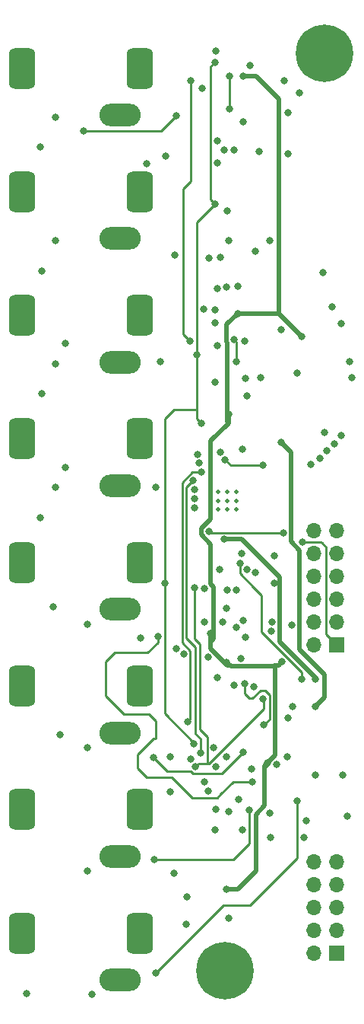
<source format=gbr>
%TF.GenerationSoftware,KiCad,Pcbnew,(6.0.7)*%
%TF.CreationDate,2022-09-10T19:48:32+02:00*%
%TF.ProjectId,eurorack-pmod-pcb,6575726f-7261-4636-9b2d-706d6f642d70,rev?*%
%TF.SameCoordinates,Original*%
%TF.FileFunction,Copper,L2,Inr*%
%TF.FilePolarity,Positive*%
%FSLAX46Y46*%
G04 Gerber Fmt 4.6, Leading zero omitted, Abs format (unit mm)*
G04 Created by KiCad (PCBNEW (6.0.7)) date 2022-09-10 19:48:32*
%MOMM*%
%LPD*%
G01*
G04 APERTURE LIST*
G04 Aperture macros list*
%AMRoundRect*
0 Rectangle with rounded corners*
0 $1 Rounding radius*
0 $2 $3 $4 $5 $6 $7 $8 $9 X,Y pos of 4 corners*
0 Add a 4 corners polygon primitive as box body*
4,1,4,$2,$3,$4,$5,$6,$7,$8,$9,$2,$3,0*
0 Add four circle primitives for the rounded corners*
1,1,$1+$1,$2,$3*
1,1,$1+$1,$4,$5*
1,1,$1+$1,$6,$7*
1,1,$1+$1,$8,$9*
0 Add four rect primitives between the rounded corners*
20,1,$1+$1,$2,$3,$4,$5,0*
20,1,$1+$1,$4,$5,$6,$7,0*
20,1,$1+$1,$6,$7,$8,$9,0*
20,1,$1+$1,$8,$9,$2,$3,0*%
G04 Aperture macros list end*
%TA.AperFunction,ComponentPad*%
%ADD10C,0.500000*%
%TD*%
%TA.AperFunction,ComponentPad*%
%ADD11RoundRect,0.725000X-0.725000X1.575000X-0.725000X-1.575000X0.725000X-1.575000X0.725000X1.575000X0*%
%TD*%
%TA.AperFunction,ComponentPad*%
%ADD12O,4.600000X2.500000*%
%TD*%
%TA.AperFunction,ComponentPad*%
%ADD13C,0.800000*%
%TD*%
%TA.AperFunction,ComponentPad*%
%ADD14C,6.400000*%
%TD*%
%TA.AperFunction,ComponentPad*%
%ADD15R,1.700000X1.700000*%
%TD*%
%TA.AperFunction,ComponentPad*%
%ADD16O,1.700000X1.700000*%
%TD*%
%TA.AperFunction,ViaPad*%
%ADD17C,0.800000*%
%TD*%
%TA.AperFunction,Conductor*%
%ADD18C,0.508000*%
%TD*%
%TA.AperFunction,Conductor*%
%ADD19C,0.250000*%
%TD*%
%TA.AperFunction,Conductor*%
%ADD20C,0.254000*%
%TD*%
G04 APERTURE END LIST*
D10*
%TO.N,GND*%
%TO.C,U3*%
X3925000Y-53840000D03*
X4925000Y-54840000D03*
X5925000Y-53840000D03*
X5925000Y-52840000D03*
X4925000Y-52840000D03*
X3925000Y-54840000D03*
X4925000Y-53840000D03*
X5925000Y-54840000D03*
X3925000Y-52840000D03*
%TD*%
D11*
%TO.N,GND*%
%TO.C,J6*%
X-17970000Y-46964776D03*
%TO.N,Net-(J6-PadT)*%
X-4770000Y-46964776D03*
D12*
%TO.N,GND*%
X-6970000Y-52164776D03*
%TD*%
D13*
%TO.N,N/C*%
%TO.C,REF\u002A\u002A*%
X17445056Y-5761056D03*
X14050944Y-5761056D03*
X18148000Y-4064000D03*
D14*
X15748000Y-4064000D03*
D13*
X17445056Y-2366944D03*
X13348000Y-4064000D03*
X14050944Y-2366944D03*
X15748000Y-1664000D03*
X15748000Y-6464000D03*
%TD*%
D15*
%TO.N,Net-(D2-Pad1)*%
%TO.C,J1*%
X17145000Y-104135000D03*
D16*
X14605000Y-104135000D03*
%TO.N,GND*%
X17145000Y-101595000D03*
X14605000Y-101595000D03*
X17145000Y-99055000D03*
X14605000Y-99055000D03*
X17145000Y-96515000D03*
X14605000Y-96515000D03*
%TO.N,Net-(D1-Pad2)*%
X17145000Y-93975000D03*
X14605000Y-93975000D03*
%TD*%
D11*
%TO.N,GND*%
%TO.C,J3*%
X-17970000Y-5735611D03*
%TO.N,Net-(J3-PadT)*%
X-4770000Y-5735611D03*
D12*
%TO.N,GND*%
X-6970000Y-10935611D03*
%TD*%
D11*
%TO.N,GND*%
%TO.C,J7*%
X-17970000Y-60707831D03*
%TO.N,Net-(J7-PadT)*%
X-4770000Y-60707831D03*
D12*
%TO.N,unconnected-(J7-PadTN)*%
X-6970000Y-65907831D03*
%TD*%
D11*
%TO.N,GND*%
%TO.C,J4*%
X-17970000Y-19478666D03*
%TO.N,Net-(J4-PadT)*%
X-4770000Y-19478666D03*
D12*
%TO.N,GND*%
X-6970000Y-24678666D03*
%TD*%
D11*
%TO.N,GND*%
%TO.C,J10*%
X-17970000Y-101937000D03*
%TO.N,Net-(J10-PadT)*%
X-4770000Y-101937000D03*
D12*
%TO.N,unconnected-(J10-PadTN)*%
X-6970000Y-107137000D03*
%TD*%
D11*
%TO.N,GND*%
%TO.C,J5*%
X-17970000Y-33221721D03*
%TO.N,Net-(J5-PadT)*%
X-4770000Y-33221721D03*
D12*
%TO.N,GND*%
X-6970000Y-38421721D03*
%TD*%
D13*
%TO.N,N/C*%
%TO.C,REF\u002A\u002A*%
X4673600Y-108521200D03*
X6370656Y-107818256D03*
X2976544Y-107818256D03*
D14*
X4673600Y-106121200D03*
D13*
X4673600Y-103721200D03*
X2273600Y-106121200D03*
X2976544Y-104424144D03*
X6370656Y-104424144D03*
X7073600Y-106121200D03*
%TD*%
D11*
%TO.N,GND*%
%TO.C,J9*%
X-17970000Y-88193941D03*
%TO.N,Net-(J9-PadT)*%
X-4770000Y-88193941D03*
D12*
%TO.N,unconnected-(J9-PadTN)*%
X-6970000Y-93393941D03*
%TD*%
D15*
%TO.N,/SDIN1*%
%TO.C,J2*%
X17145000Y-69850000D03*
D16*
%TO.N,/SCL*%
X14605000Y-69850000D03*
%TO.N,/SDOUT1*%
X17145000Y-67310000D03*
%TO.N,/SDA*%
X14605000Y-67310000D03*
%TO.N,/LRCK*%
X17145000Y-64770000D03*
%TO.N,/PDN*%
X14605000Y-64770000D03*
%TO.N,/BICK*%
X17145000Y-62230000D03*
%TO.N,/MCLK*%
X14605000Y-62230000D03*
%TO.N,GND*%
X17145000Y-59690000D03*
X14605000Y-59690000D03*
%TO.N,Net-(J2-Pad11)*%
X17145000Y-57150000D03*
X14605000Y-57150000D03*
%TD*%
D11*
%TO.N,GND*%
%TO.C,J8*%
X-17970000Y-74450886D03*
%TO.N,Net-(J8-PadT)*%
X-4770000Y-74450886D03*
D12*
%TO.N,unconnected-(J8-PadTN)*%
X-6970000Y-79650886D03*
%TD*%
D17*
%TO.N,GND*%
X-14224000Y-11176000D03*
X5080000Y-88392000D03*
X18288000Y-88900000D03*
X12192000Y-76708000D03*
X-14224000Y-52324000D03*
X18796000Y-40132000D03*
X12700000Y-39624000D03*
X330200Y-100914200D03*
X-10668000Y-67564000D03*
X9652000Y-24892000D03*
X6604000Y-90424000D03*
X-14224000Y-24892000D03*
X5080000Y-24892000D03*
X-14224000Y-38608000D03*
X-10668000Y-81280000D03*
X15748000Y-46228000D03*
X3556000Y-90424000D03*
X4064000Y-61468000D03*
X14732000Y-84328000D03*
X14224000Y-49784000D03*
X431800Y-97866200D03*
X-733318Y-70289739D03*
X9830704Y-68328994D03*
X17780000Y-84328000D03*
X-10668000Y-94996000D03*
X8035679Y-61794813D03*
X3556000Y-40640000D03*
X8636000Y-40132000D03*
X4139200Y-48416091D03*
X-10160000Y-108712000D03*
X11684000Y-15240000D03*
X6604000Y-48133000D03*
%TO.N,+3.3VA*%
X14732000Y-76708000D03*
X10922000Y-47371000D03*
%TO.N,VDD*%
X4572000Y-58128500D03*
X10160000Y-62992000D03*
X14732000Y-73660000D03*
%TO.N,Net-(C33-Pad1)*%
X-1016000Y-95250000D03*
X6241340Y-87021939D03*
%TO.N,+12V*%
X11044701Y-71759299D03*
X4879818Y-71785734D03*
X13208937Y-35561373D03*
X6678500Y-6604000D03*
X3048000Y-68580000D03*
X4863002Y-97014500D03*
X9431135Y-83003391D03*
X5080000Y-44196000D03*
X6096000Y-33020000D03*
%TO.N,-12V*%
X11684000Y-10668000D03*
X9652000Y-88554500D03*
X5733318Y-74324310D03*
X6096000Y-29972000D03*
X13716000Y-89408000D03*
X5080000Y-100276593D03*
X7112000Y-42164000D03*
X6678500Y-11684000D03*
%TO.N,Net-(C33-Pad2)*%
X-3175000Y-93726000D03*
X7370299Y-88269299D03*
%TO.N,Net-(D3-Pad1)*%
X-762000Y-11049000D03*
X-11049000Y-12700000D03*
%TO.N,Net-(D7-Pad2)*%
X889000Y-82550000D03*
X-14478000Y-65659000D03*
%TO.N,/SDIN1*%
X11176000Y-57404000D03*
X13335000Y-58420000D03*
X2921000Y-57277000D03*
%TO.N,/SCL*%
X1270000Y-53594000D03*
X7091117Y-61468000D03*
X12128500Y-67691000D03*
%TO.N,/SDOUT1*%
X13208000Y-73660000D03*
X6326572Y-60805765D03*
%TO.N,/SDA*%
X6514500Y-59713204D03*
X1265701Y-54614299D03*
%TO.N,/LRCK*%
X10155046Y-59927835D03*
%TO.N,/PDN*%
X4699000Y-49276000D03*
X8890000Y-49911000D03*
X1262712Y-52594524D03*
%TO.N,Net-(C34-Pad1)*%
X4826000Y-65786000D03*
X5916340Y-67956372D03*
X7859111Y-74526391D03*
%TO.N,Net-(D5-Pad1)*%
X-1905000Y-15494000D03*
X-13081000Y-36322000D03*
%TO.N,Net-(C34-Pad2)*%
X1392701Y-83443299D03*
X8927500Y-75872067D03*
X1288115Y-63559201D03*
%TO.N,Net-(D9-Pad2)*%
X-1397000Y-86233000D03*
X2794000Y-86106000D03*
%TO.N,/-VCOM*%
X3556000Y-5080000D03*
X3544858Y-20816544D03*
X-2032000Y-62992000D03*
X1524000Y-37592000D03*
X1218000Y-80854846D03*
X2032000Y-45212000D03*
%TO.N,/dual_mono_inputs1/IN1_3V*%
X15240000Y-49149000D03*
X16637000Y-32258000D03*
%TO.N,Net-(C35-Pad2)*%
X12700000Y-87249000D03*
X-2997200Y-106324400D03*
%TO.N,Net-(D6-Pad1)*%
X-4064000Y-16383000D03*
X-13081000Y-50165000D03*
%TO.N,/dual_mono_inputs1/IN2_3V*%
X17653000Y-34163000D03*
X16002000Y-48260000D03*
%TO.N,/dual_mono_inputs2/IN1_3V*%
X15621000Y-28448000D03*
X16891000Y-47498000D03*
%TO.N,Net-(RN3-Pad5)*%
X5715000Y-35941000D03*
X5961496Y-38347854D03*
%TO.N,/dual_mono_inputs2/IN2_3V*%
X17653000Y-46609000D03*
X18542000Y-38354000D03*
%TO.N,/dual_mono_outputs1/OUT1*%
X4903900Y-63754247D03*
X1616345Y-48670657D03*
%TO.N,Net-(C20-Pad1)*%
X889000Y-7112000D03*
X762000Y-36068000D03*
%TO.N,/dual_mono_outputs1/OUT2*%
X5969000Y-63754000D03*
X1778000Y-49657000D03*
%TO.N,Net-(C20-Pad2)*%
X12954000Y-8509000D03*
X7493000Y-5461000D03*
X3543000Y-34023000D03*
X3803200Y-36614250D03*
%TO.N,Net-(D10-Pad2)*%
X-17399000Y-108686600D03*
X3683000Y-88138000D03*
%TO.N,/dual_mono_outputs2/OUT1*%
X545500Y-78381715D03*
X2032000Y-50673000D03*
X3410712Y-81284200D03*
%TO.N,/dual_mono_outputs2/OUT2*%
X1152613Y-51601104D03*
X4876922Y-82338324D03*
X1942500Y-81915000D03*
%TO.N,Net-(C21-Pad2)*%
X11303000Y-7112000D03*
X-15875000Y-14478000D03*
%TO.N,Net-(C22-Pad1)*%
X3556000Y-32639000D03*
X6841503Y-36068000D03*
X6985000Y-40259000D03*
%TO.N,Net-(C22-Pad2)*%
X10922000Y-34798000D03*
X3683000Y-3810000D03*
%TO.N,Net-(C23-Pad1)*%
X5207000Y-10287000D03*
X5207000Y-6604000D03*
%TO.N,Net-(C23-Pad2)*%
X-15748000Y-28321000D03*
X2159000Y-8001000D03*
%TO.N,Net-(C24-Pad1)*%
X-889000Y-26543000D03*
X8052000Y-26086000D03*
%TO.N,Net-(C25-Pad1)*%
X-2540000Y-38354000D03*
X3810000Y-13843000D03*
%TO.N,Net-(C25-Pad2)*%
X-15748000Y-41910000D03*
X4572000Y-14807000D03*
%TO.N,Net-(D8-Pad2)*%
X2413000Y-85090000D03*
X-13716000Y-79883000D03*
%TO.N,Net-(C26-Pad1)*%
X2864000Y-26867000D03*
X2286000Y-32512000D03*
%TO.N,Net-(C26-Pad2)*%
X4191000Y-26797000D03*
X3836543Y-30240351D03*
%TO.N,Net-(C27-Pad1)*%
X3810000Y-16256000D03*
X-3048000Y-52324000D03*
%TO.N,Net-(C27-Pad2)*%
X5686614Y-14847178D03*
X8509000Y-14986000D03*
X-15875000Y-55753000D03*
%TO.N,Net-(C28-Pad1)*%
X2413000Y-67305500D03*
X6940938Y-68980970D03*
%TO.N,Net-(C29-Pad1)*%
X7747000Y-85090000D03*
X-2794000Y-68961000D03*
%TO.N,Net-(C29-Pad2)*%
X11620718Y-82302654D03*
X13462000Y-91313000D03*
X-4699000Y-69088000D03*
X9779000Y-91313000D03*
%TO.N,Net-(C30-Pad2)*%
X2413000Y-63627000D03*
X95999Y-70867094D03*
X2794000Y-71247000D03*
%TO.N,Net-(RN9-Pad5)*%
X4826000Y-30099000D03*
X4910676Y-21640922D03*
%TO.N,Net-(C31-Pad1)*%
X3688988Y-83417508D03*
X-1397000Y-82296000D03*
%TO.N,Net-(C31-Pad2)*%
X-3302000Y-82423000D03*
X6731000Y-81788000D03*
%TO.N,Net-(C32-Pad1)*%
X3810000Y-73533000D03*
X4445000Y-67310000D03*
%TO.N,Net-(RN10-Pad7)*%
X10414000Y-83185000D03*
X6477000Y-71374000D03*
X9017000Y-78798500D03*
X6858000Y-74168000D03*
%TO.N,Net-(RN10-Pad5)*%
X11684000Y-77978000D03*
X7620000Y-83693000D03*
X9906000Y-67310000D03*
X6731000Y-67183000D03*
%TD*%
D18*
%TO.N,+3.3VA*%
X12982000Y-59345032D02*
X12029500Y-58392532D01*
X12029500Y-58392532D02*
X12029500Y-48478500D01*
X12029500Y-48478500D02*
X10922000Y-47371000D01*
X12982000Y-70386000D02*
X12982000Y-59345032D01*
X14732000Y-76708000D02*
X15748000Y-75692000D01*
X15748000Y-73152000D02*
X12982000Y-70386000D01*
X15748000Y-75692000D02*
X15748000Y-73152000D01*
%TO.N,VDD*%
X14732000Y-73476876D02*
X10759500Y-69504376D01*
X10759500Y-69504376D02*
X10759500Y-62321500D01*
X14732000Y-73660000D02*
X14732000Y-73476876D01*
X10759500Y-62321500D02*
X6566500Y-58128500D01*
X6566500Y-58128500D02*
X4572000Y-58128500D01*
%TO.N,+12V*%
X10668000Y-72136000D02*
X11044701Y-71759299D01*
X10160000Y-72136000D02*
X10068500Y-72227500D01*
X8128000Y-94996000D02*
X6096000Y-97028000D01*
X3048000Y-69596000D02*
X3048000Y-68580000D01*
X4876502Y-97028000D02*
X4863002Y-97014500D01*
X10668000Y-9144000D02*
X8128000Y-6604000D01*
X4861500Y-34254500D02*
X6096000Y-33020000D01*
X6096000Y-97028000D02*
X4876502Y-97028000D01*
X10230501Y-82161467D02*
X10230501Y-72206501D01*
X8128000Y-6604000D02*
X6678500Y-6604000D01*
X4890032Y-72136000D02*
X3048000Y-70293968D01*
X10160000Y-72136000D02*
X10668000Y-72136000D01*
X3048000Y-70293968D02*
X3048000Y-69596000D01*
X4917500Y-36258966D02*
X4861500Y-36202966D01*
X9087396Y-87750636D02*
X8128000Y-88710032D01*
X4861500Y-36202966D02*
X4861500Y-34254500D01*
X3104499Y-63125551D02*
X3104499Y-58667531D01*
X3104499Y-55886469D02*
X3104499Y-47187501D01*
X5230084Y-72136000D02*
X4879818Y-71785734D01*
X3104499Y-58667531D02*
X2067500Y-57630532D01*
X10668000Y-33020000D02*
X10668000Y-9144000D01*
X9087396Y-83500794D02*
X9087396Y-83304572D01*
X3447343Y-63468395D02*
X3104499Y-63125551D01*
X5080000Y-45212000D02*
X5080000Y-44196000D01*
X9087396Y-83304572D02*
X10230501Y-82161467D01*
X2067500Y-56923468D02*
X3104499Y-55886469D01*
X5230084Y-72136000D02*
X4890032Y-72136000D01*
X10068500Y-72227500D02*
X5321584Y-72227500D01*
X6096000Y-33020000D02*
X10668000Y-33020000D01*
X3048000Y-69596000D02*
X3447343Y-69196657D01*
X10668000Y-33020000D02*
X13208937Y-35560937D01*
X5080000Y-45212000D02*
X4917500Y-45049500D01*
X9431135Y-83157055D02*
X9431135Y-83003391D01*
X3104499Y-47187501D02*
X5080000Y-45212000D01*
X3447343Y-69196657D02*
X3447343Y-63468395D01*
X13208937Y-35560937D02*
X13208937Y-35561373D01*
X9087396Y-83500794D02*
X9087396Y-87750636D01*
X9087396Y-83500794D02*
X9431135Y-83157055D01*
X8128000Y-88710032D02*
X8128000Y-94996000D01*
X5321584Y-72227500D02*
X5230084Y-72136000D01*
X2067500Y-57630532D02*
X2067500Y-56923468D01*
X4917500Y-45049500D02*
X4917500Y-36258966D01*
X10230501Y-72206501D02*
X10160000Y-72136000D01*
D19*
%TO.N,Net-(C33-Pad2)*%
X-3175000Y-93726000D02*
X5588000Y-93726000D01*
X5588000Y-93726000D02*
X7370299Y-91943701D01*
X7370299Y-91943701D02*
X7370299Y-88269299D01*
%TO.N,Net-(D3-Pad1)*%
X-11049000Y-12700000D02*
X-2413000Y-12700000D01*
X-2413000Y-12700000D02*
X-762000Y-11049000D01*
%TO.N,/SDIN1*%
X15494000Y-58547000D02*
X15367000Y-58420000D01*
X17145000Y-69850000D02*
X15970000Y-68675000D01*
X15970000Y-59023000D02*
X15494000Y-58547000D01*
X3048000Y-57404000D02*
X2921000Y-57277000D01*
X15367000Y-58420000D02*
X13335000Y-58420000D01*
X15970000Y-68675000D02*
X15970000Y-59023000D01*
X11176000Y-57404000D02*
X3048000Y-57404000D01*
%TO.N,/SDOUT1*%
X6326572Y-60805765D02*
X6326572Y-61952572D01*
X8763000Y-68453000D02*
X12827000Y-72517000D01*
X13208000Y-72898000D02*
X13208000Y-73660000D01*
X7874000Y-63500000D02*
X8763000Y-64389000D01*
X8763000Y-68326000D02*
X8763000Y-68453000D01*
X6326572Y-61952572D02*
X7874000Y-63500000D01*
X8763000Y-64389000D02*
X8763000Y-68326000D01*
X12827000Y-72517000D02*
X13208000Y-72898000D01*
D20*
%TO.N,/PDN*%
X5334000Y-49911000D02*
X4699000Y-49276000D01*
X8890000Y-49911000D02*
X5334000Y-49911000D01*
D19*
%TO.N,Net-(C34-Pad2)*%
X2921000Y-83058000D02*
X2756500Y-82893500D01*
X2756500Y-81614902D02*
X2686212Y-81544614D01*
X9017000Y-76962000D02*
X9017000Y-75961567D01*
X2756500Y-82893500D02*
X2756500Y-81614902D01*
X1846501Y-79307189D02*
X1846501Y-69790811D01*
X2921000Y-83058000D02*
X9017000Y-76962000D01*
X2686212Y-80146900D02*
X1846501Y-79307189D01*
X1288115Y-69232425D02*
X1288115Y-63559201D01*
X1846501Y-69790811D02*
X1288115Y-69232425D01*
X2921000Y-83058000D02*
X1778000Y-83058000D01*
X1778000Y-83058000D02*
X1392701Y-83443299D01*
X2686212Y-81544614D02*
X2686212Y-80146900D01*
X9017000Y-75961567D02*
X8927500Y-75872067D01*
D20*
%TO.N,/-VCOM*%
X1524000Y-43688000D02*
X1524000Y-38100000D01*
X1524000Y-37592000D02*
X1524000Y-22837402D01*
X-2032000Y-44704000D02*
X-2032000Y-48260000D01*
X1218000Y-80765346D02*
X1218000Y-80854846D01*
X1524000Y-44704000D02*
X1524000Y-43688000D01*
X-2032000Y-48260000D02*
X-2032000Y-62992000D01*
X1524000Y-43688000D02*
X-1016000Y-43688000D01*
X1524000Y-22837402D02*
X3544858Y-20816544D01*
X-2032000Y-62992000D02*
X-2032000Y-77515346D01*
X3083500Y-20355186D02*
X3544858Y-20816544D01*
X1524000Y-38100000D02*
X1524000Y-37592000D01*
X3083500Y-5552500D02*
X3083500Y-20355186D01*
X-1016000Y-43688000D02*
X-2032000Y-44704000D01*
X2032000Y-45212000D02*
X1524000Y-44704000D01*
X-2032000Y-77515346D02*
X1218000Y-80765346D01*
X3556000Y-5080000D02*
X3083500Y-5552500D01*
D19*
%TO.N,Net-(C35-Pad2)*%
X7493000Y-98806000D02*
X4521200Y-98806000D01*
X12700000Y-87249000D02*
X12700000Y-93599000D01*
X4521200Y-98806000D02*
X-2997200Y-106324400D01*
X12700000Y-93599000D02*
X7493000Y-98806000D01*
%TO.N,Net-(RN3-Pad5)*%
X5715000Y-35941000D02*
X5961496Y-36187496D01*
X5961496Y-36187496D02*
X5961496Y-38347854D01*
%TO.N,Net-(C20-Pad1)*%
X0Y-19177000D02*
X0Y-35306000D01*
X889000Y-7112000D02*
X889000Y-18288000D01*
X889000Y-18288000D02*
X0Y-19177000D01*
X0Y-35306000D02*
X762000Y-36068000D01*
%TO.N,/dual_mono_outputs2/OUT1*%
X2032000Y-50673000D02*
X1056119Y-50673000D01*
X-68501Y-69655189D02*
X820499Y-70544189D01*
X820499Y-70544189D02*
X820499Y-78106716D01*
X-68501Y-51797620D02*
X-68501Y-69655189D01*
X1056119Y-50673000D02*
X-68501Y-51797620D01*
X820499Y-78106716D02*
X545500Y-78381715D01*
%TO.N,/dual_mono_outputs2/OUT2*%
X1942500Y-80301500D02*
X1942500Y-81915000D01*
X381000Y-69088000D02*
X1397000Y-70104000D01*
X1397000Y-70104000D02*
X1397000Y-79756000D01*
X1397000Y-79756000D02*
X1942500Y-80301500D01*
X1152613Y-51601104D02*
X381000Y-52372717D01*
X381000Y-52372717D02*
X381000Y-69088000D01*
%TO.N,Net-(C23-Pad1)*%
X5207000Y-6604000D02*
X5207000Y-10287000D01*
%TO.N,Net-(C29-Pad1)*%
X-3937000Y-70739000D02*
X-2794000Y-69596000D01*
X-6604000Y-77597000D02*
X-8636000Y-75565000D01*
X-3048000Y-80264000D02*
X-3048000Y-78359000D01*
X-3810000Y-77597000D02*
X-5334000Y-77597000D01*
X-3302000Y-78105000D02*
X-3810000Y-77597000D01*
X1397000Y-86868000D02*
X1016000Y-86868000D01*
X-5080000Y-82042000D02*
X-3302000Y-80264000D01*
X-3302000Y-80264000D02*
X-3048000Y-80264000D01*
X-5334000Y-77597000D02*
X-6604000Y-77597000D01*
X5588000Y-85090000D02*
X4191000Y-86487000D01*
X-7620000Y-70739000D02*
X-3937000Y-70739000D01*
X-2794000Y-69596000D02*
X-2794000Y-68961000D01*
X-8636000Y-75565000D02*
X-8636000Y-71755000D01*
X-1270000Y-84582000D02*
X-4064000Y-84582000D01*
X-8636000Y-71755000D02*
X-8255000Y-71374000D01*
X7747000Y-85090000D02*
X5588000Y-85090000D01*
X1016000Y-86868000D02*
X-762000Y-85090000D01*
X-4064000Y-84582000D02*
X-5080000Y-83566000D01*
X-5080000Y-83566000D02*
X-5080000Y-82042000D01*
X4191000Y-86487000D02*
X3810000Y-86868000D01*
X-762000Y-85090000D02*
X-1270000Y-84582000D01*
X-3048000Y-78359000D02*
X-3302000Y-78105000D01*
X-8255000Y-71374000D02*
X-7620000Y-70739000D01*
X3810000Y-86868000D02*
X1397000Y-86868000D01*
%TO.N,Net-(C31-Pad2)*%
X-1778000Y-83947000D02*
X871804Y-83947000D01*
X-3302000Y-82423000D02*
X-1778000Y-83947000D01*
X4351201Y-84167799D02*
X6731000Y-81788000D01*
X871804Y-83947000D02*
X1092603Y-84167799D01*
X1092603Y-84167799D02*
X4351201Y-84167799D01*
%TO.N,Net-(RN10-Pad7)*%
X9652000Y-77216000D02*
X9652000Y-78163500D01*
X6858000Y-74168000D02*
X6858000Y-75311000D01*
X7747000Y-75819000D02*
X8636000Y-74930000D01*
X9398000Y-75184000D02*
X9652000Y-75438000D01*
X9652000Y-78163500D02*
X9017000Y-78798500D01*
X7366000Y-75819000D02*
X7747000Y-75819000D01*
X9144000Y-74930000D02*
X9398000Y-75184000D01*
X9652000Y-75438000D02*
X9652000Y-77216000D01*
X6858000Y-75311000D02*
X7366000Y-75819000D01*
X8636000Y-74930000D02*
X9144000Y-74930000D01*
%TD*%
M02*

</source>
